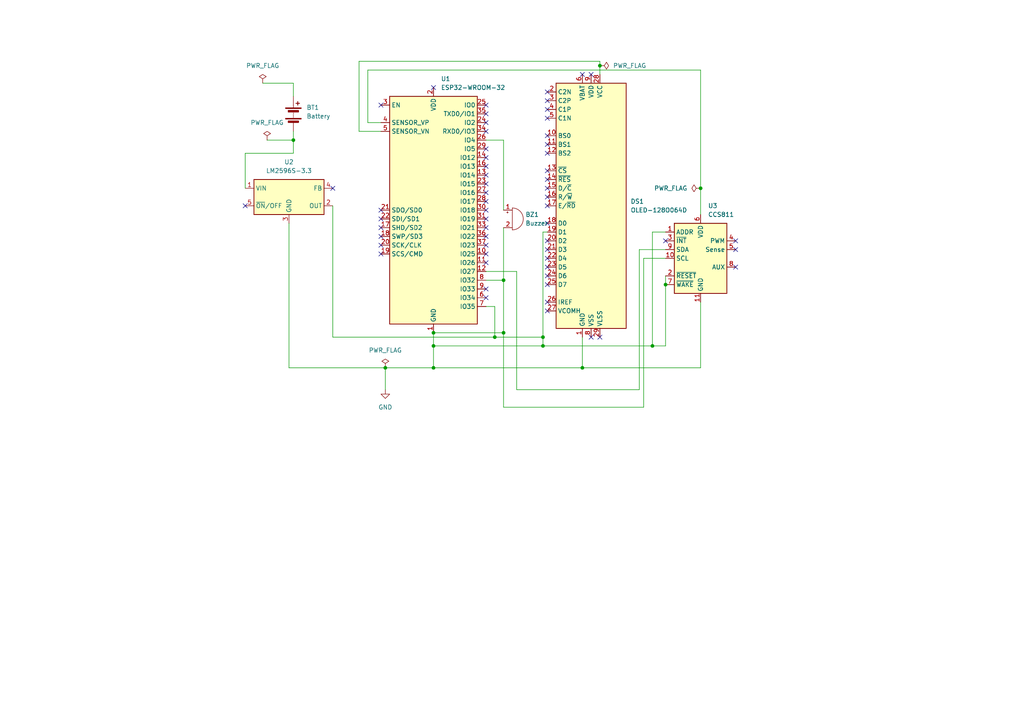
<source format=kicad_sch>
(kicad_sch (version 20250114) (generator "eeschema") (generator_version "9.0")
  (paper "A4")
  (lib_symbols
    (symbol "Device:Battery" (pin_numbers (hide yes)) (pin_names (offset 0) (hide yes))
      (property "Reference" "BT" (at 2.54 2.54 0))
      (property "Value" "Battery" (at 2.54 0 0))
      (symbol "Battery_0_1"
        (rectangle (start -2.286 1.778) (end 2.286 1.524) (fill (type outline)))
        (rectangle (start -2.286 -1.27) (end 2.286 -1.524) (fill (type outline)))
        (rectangle (start -1.524 1.016) (end 1.524 0.508) (fill (type outline)))
        (rectangle (start -1.524 -2.032) (end 1.524 -2.54) (fill (type outline)))
        (polyline (pts (xy 0 1.778) (xy 0 2.54)))
        (polyline (pts (xy 0 0) (xy 0 0.254)))
        (polyline (pts (xy 0 -0.508) (xy 0 -0.254)))
        (polyline (pts (xy 0 -1.016) (xy 0 -0.762)))
        (polyline (pts (xy 0.762 3.048) (xy 1.778 3.048)) (stroke (width 0.254)))
        (polyline (pts (xy 1.27 3.556) (xy 1.27 2.54)) (stroke (width 0.254)))
      )
      (symbol "Battery_1_1"
        (pin passive line (at 0 5.08 270) (length 2.54) (name "+") (number "1"))
        (pin passive line (at 0 -5.08 90) (length 2.54) (name "-") (number "2"))
      )
    )
    (symbol "Device:Buzzer" (pin_names (offset 0.0254) (hide yes))
      (property "Reference" "BZ" (at 3.81 1.27 0))
      (property "Value" "Buzzer" (at 3.81 -1.27 0))
      (symbol "Buzzer_0_1"
        (polyline (pts (xy -1.651 1.905) (xy -1.143 1.905)))
        (polyline (pts (xy -1.397 2.159) (xy -1.397 1.651)))
        (arc (start 0 3.175) (mid 3.1612 0) (end 0 -3.175))
        (polyline (pts (xy 0 3.175) (xy 0 -3.175)))
      )
      (symbol "Buzzer_1_1"
        (pin passive line (at -2.54 2.54 0) (length 2.54) (name "+") (number "1"))
        (pin passive line (at -2.54 -2.54 0) (length 2.54) (name "-") (number "2"))
      )
    )
    (symbol "Display_Graphic:OLED-128O064D"
      (property "Reference" "DS" (at -10.16 38.1 0))
      (property "Value" "OLED-128O064D" (at 12.7 38.1 0))
      (symbol "OLED-128O064D_0_1"
        (rectangle (start -10.16 35.56) (end 10.16 -35.56) (stroke (width 0.254)) (fill (type background)))
      )
      (symbol "OLED-128O064D_1_1"
        (pin passive line (at -12.7 33.02 0) (length 2.54) (name "C2N") (number "2"))
        (pin passive line (at -12.7 30.48 0) (length 2.54) (name "C2P") (number "3"))
        (pin passive line (at -12.7 27.94 0) (length 2.54) (name "C1P") (number "4"))
        (pin passive line (at -12.7 25.4 0) (length 2.54) (name "C1N") (number "5"))
        (pin input line (at -12.7 20.32 0) (length 2.54) (name "BS0") (number "10"))
        (pin input line (at -12.7 17.78 0) (length 2.54) (name "BS1") (number "11"))
        (pin input line (at -12.7 15.24 0) (length 2.54) (name "BS2") (number "12"))
        (pin input line (at -12.7 10.16 0) (length 2.54) (name "~{CS}") (number "13"))
        (pin input line (at -12.7 7.62 0) (length 2.54) (name "~{RES}") (number "14"))
        (pin input line (at -12.7 5.08 0) (length 2.54) (name "D/~{C}") (number "15"))
        (pin input line (at -12.7 2.54 0) (length 2.54) (name "R/~{W}") (number "16"))
        (pin input line (at -12.7 0 0) (length 2.54) (name "E/~{RD}") (number "17"))
        (pin bidirectional line (at -12.7 -5.08 0) (length 2.54) (name "D0") (number "18"))
        (pin bidirectional line (at -12.7 -7.62 0) (length 2.54) (name "D1") (number "19"))
        (pin bidirectional line (at -12.7 -10.16 0) (length 2.54) (name "D2") (number "20"))
        (pin bidirectional line (at -12.7 -12.7 0) (length 2.54) (name "D3") (number "21"))
        (pin bidirectional line (at -12.7 -15.24 0) (length 2.54) (name "D4") (number "22"))
        (pin bidirectional line (at -12.7 -17.78 0) (length 2.54) (name "D5") (number "23"))
        (pin bidirectional line (at -12.7 -20.32 0) (length 2.54) (name "D6") (number "24"))
        (pin bidirectional line (at -12.7 -22.86 0) (length 2.54) (name "D7") (number "25"))
        (pin passive line (at -12.7 -27.94 0) (length 2.54) (name "IREF") (number "26"))
        (pin passive line (at -12.7 -30.48 0) (length 2.54) (name "VCOMH") (number "27"))
        (pin power_in line (at -2.54 38.1 270) (length 2.54) (name "VBAT") (number "6"))
        (pin power_in line (at -2.54 -38.1 90) (length 2.54) (name "GND") (number "1"))
        (pin passive line (at -2.54 -38.1 90) (length 2.54) (hide yes) (name "GND") (number "30"))
        (pin power_in line (at 0 38.1 270) (length 2.54) (name "VDD") (number "9"))
        (pin power_in line (at 0 -38.1 90) (length 2.54) (name "VSS") (number "8"))
        (pin power_in line (at 2.54 38.1 270) (length 2.54) (name "VCC") (number "28"))
        (pin power_in line (at 2.54 -38.1 90) (length 2.54) (name "VLSS") (number "29"))
        (pin no_connect line (at 10.16 0 180) (length 2.54) (hide yes) (name "NC") (number "7"))
      )
    )
    (symbol "RF_Module:ESP32-WROOM-32"
      (property "Reference" "U" (at -12.7 34.29 0))
      (property "Value" "ESP32-WROOM-32" (at 1.27 34.29 0))
      (symbol "ESP32-WROOM-32_0_1"
        (rectangle (start -12.7 33.02) (end 12.7 -33.02) (stroke (width 0.254)) (fill (type background)))
      )
      (symbol "ESP32-WROOM-32_1_1"
        (pin input line (at -15.24 30.48 0) (length 2.54) (name "EN") (number "3"))
        (pin input line (at -15.24 25.4 0) (length 2.54) (name "SENSOR_VP") (number "4"))
        (pin input line (at -15.24 22.86 0) (length 2.54) (name "SENSOR_VN") (number "5"))
        (pin bidirectional line (at -15.24 0 0) (length 2.54) (name "SDO/SD0") (number "21"))
        (pin bidirectional line (at -15.24 -2.54 0) (length 2.54) (name "SDI/SD1") (number "22"))
        (pin bidirectional line (at -15.24 -5.08 0) (length 2.54) (name "SHD/SD2") (number "17"))
        (pin bidirectional line (at -15.24 -7.62 0) (length 2.54) (name "SWP/SD3") (number "18"))
        (pin bidirectional line (at -15.24 -10.16 0) (length 2.54) (name "SCK/CLK") (number "20"))
        (pin bidirectional line (at -15.24 -12.7 0) (length 2.54) (name "SCS/CMD") (number "19"))
        (pin no_connect line (at -12.7 -27.94 0) (length 2.54) (hide yes) (name "NC") (number "32"))
        (pin power_in line (at 0 35.56 270) (length 2.54) (name "VDD") (number "2"))
        (pin power_in line (at 0 -35.56 90) (length 2.54) (name "GND") (number "1"))
        (pin passive line (at 0 -35.56 90) (length 2.54) (hide yes) (name "GND") (number "15"))
        (pin passive line (at 0 -35.56 90) (length 2.54) (hide yes) (name "GND") (number "38"))
        (pin passive line (at 0 -35.56 90) (length 2.54) (hide yes) (name "GND") (number "39"))
        (pin bidirectional line (at 15.24 30.48 180) (length 2.54) (name "IO0") (number "25"))
        (pin bidirectional line (at 15.24 27.94 180) (length 2.54) (name "TXD0/IO1") (number "35"))
        (pin bidirectional line (at 15.24 25.4 180) (length 2.54) (name "IO2") (number "24"))
        (pin bidirectional line (at 15.24 22.86 180) (length 2.54) (name "RXD0/IO3") (number "34"))
        (pin bidirectional line (at 15.24 20.32 180) (length 2.54) (name "IO4") (number "26"))
        (pin bidirectional line (at 15.24 17.78 180) (length 2.54) (name "IO5") (number "29"))
        (pin bidirectional line (at 15.24 15.24 180) (length 2.54) (name "IO12") (number "14"))
        (pin bidirectional line (at 15.24 12.7 180) (length 2.54) (name "IO13") (number "16"))
        (pin bidirectional line (at 15.24 10.16 180) (length 2.54) (name "IO14") (number "13"))
        (pin bidirectional line (at 15.24 7.62 180) (length 2.54) (name "IO15") (number "23"))
        (pin bidirectional line (at 15.24 5.08 180) (length 2.54) (name "IO16") (number "27"))
        (pin bidirectional line (at 15.24 2.54 180) (length 2.54) (name "IO17") (number "28"))
        (pin bidirectional line (at 15.24 0 180) (length 2.54) (name "IO18") (number "30"))
        (pin bidirectional line (at 15.24 -2.54 180) (length 2.54) (name "IO19") (number "31"))
        (pin bidirectional line (at 15.24 -5.08 180) (length 2.54) (name "IO21") (number "33"))
        (pin bidirectional line (at 15.24 -7.62 180) (length 2.54) (name "IO22") (number "36"))
        (pin bidirectional line (at 15.24 -10.16 180) (length 2.54) (name "IO23") (number "37"))
        (pin bidirectional line (at 15.24 -12.7 180) (length 2.54) (name "IO25") (number "10"))
        (pin bidirectional line (at 15.24 -15.24 180) (length 2.54) (name "IO26") (number "11"))
        (pin bidirectional line (at 15.24 -17.78 180) (length 2.54) (name "IO27") (number "12"))
        (pin bidirectional line (at 15.24 -20.32 180) (length 2.54) (name "IO32") (number "8"))
        (pin bidirectional line (at 15.24 -22.86 180) (length 2.54) (name "IO33") (number "9"))
        (pin input line (at 15.24 -25.4 180) (length 2.54) (name "IO34") (number "6"))
        (pin input line (at 15.24 -27.94 180) (length 2.54) (name "IO35") (number "7"))
      )
    )
    (symbol "Regulator_Switching:LM2596S-3.3"
      (property "Reference" "U" (at -10.16 6.35 0))
      (property "Value" "LM2596S-3.3" (at 0 6.35 0))
      (symbol "LM2596S-3.3_0_1"
        (rectangle (start -10.16 5.08) (end 10.16 -5.08) (stroke (width 0.254)) (fill (type background)))
      )
      (symbol "LM2596S-3.3_1_1"
        (pin power_in line (at -12.7 2.54 0) (length 2.54) (name "VIN") (number "1"))
        (pin input line (at -12.7 -2.54 0) (length 2.54) (name "~{ON}/OFF") (number "5"))
        (pin power_in line (at 0 -7.62 90) (length 2.54) (name "GND") (number "3"))
        (pin input line (at 12.7 2.54 180) (length 2.54) (name "FB") (number "4"))
        (pin output line (at 12.7 -2.54 180) (length 2.54) (name "OUT") (number "2"))
      )
    )
    (symbol "Sensor_Gas:CCS811"
      (property "Reference" "U" (at -8.89 13.97 0))
      (property "Value" "CCS811" (at -6.35 11.43 0))
      (symbol "CCS811_0_1"
        (rectangle (start -7.62 10.16) (end 7.62 -10.16) (stroke (width 0.254)) (fill (type background)))
      )
      (symbol "CCS811_1_1"
        (pin input line (at -10.16 7.62 0) (length 2.54) (name "ADDR") (number "1"))
        (pin output line (at -10.16 5.08 0) (length 2.54) (name "~{INT}") (number "3"))
        (pin bidirectional line (at -10.16 2.54 0) (length 2.54) (name "SDA") (number "9"))
        (pin input line (at -10.16 0 0) (length 2.54) (name "SCL") (number "10"))
        (pin input line (at -10.16 -5.08 0) (length 2.54) (name "~{RESET}") (number "2"))
        (pin input line (at -10.16 -7.62 0) (length 2.54) (name "~{WAKE}") (number "7"))
        (pin power_in line (at 0 12.7 270) (length 2.54) (name "VDD") (number "6"))
        (pin power_in line (at 0 -12.7 90) (length 2.54) (name "GND") (number "11"))
        (pin output line (at 10.16 5.08 180) (length 2.54) (name "PWM") (number "4"))
        (pin bidirectional line (at 10.16 2.54 180) (length 2.54) (name "Sense") (number "5"))
        (pin input line (at 10.16 -2.54 180) (length 2.54) (name "AUX") (number "8"))
      )
    )
    (symbol "power:GND" (power) (pin_numbers (hide yes)) (pin_names (offset 0) (hide yes))
      (property "Value" "GND" (at 0 -3.81 0))
      (symbol "GND_0_1"
        (polyline (pts (xy 0 0) (xy 0 -1.27) (xy 1.27 -1.27) (xy 0 -2.54) (xy -1.27 -1.27) (xy 0 -1.27)))
      )
      (symbol "GND_1_1"
        (pin power_in line (at 0 0 270) (length 0) (name "~") (number "1"))
      )
    )
    (symbol "power:PWR_FLAG" (power) (pin_numbers (hide yes)) (pin_names (offset 0) (hide yes))
      (property "Value" "PWR_FLAG" (at 0 3.81 0))
      (symbol "PWR_FLAG_0_0"
        (pin power_out line (at 0 0 90) (length 0) (name "~") (number "1"))
      )
      (symbol "PWR_FLAG_0_1"
        (polyline (pts (xy 0 0) (xy 0 1.27) (xy -1.016 1.905) (xy 0 2.54) (xy 1.016 1.905) (xy 0 1.27)))
      )
    )
  )
  (junction (at 189.23 100.33))
  (junction (at 146.05 96.52))
  (junction (at 85.09 40.64))
  (junction (at 157.48 97.79))
  (junction (at 146.05 81.28))
  (junction (at 168.91 106.68))
  (junction (at 143.51 97.79))
  (junction (at 173.99 19.05))
  (junction (at 157.48 100.33))
  (junction (at 125.73 106.68))
  (junction (at 193.04 82.55))
  (junction (at 203.2 54.61))
  (junction (at 111.76 106.68))
  (junction (at 125.73 100.33))
  (junction (at 125.73 96.52))
  (no_connect (at 140.97 35.56))
  (no_connect (at 158.75 80.01))
  (no_connect (at 140.97 63.5))
  (no_connect (at 140.97 43.18))
  (no_connect (at 158.75 69.85))
  (no_connect (at 158.75 44.45))
  (no_connect (at 171.45 21.59))
  (no_connect (at 158.75 57.15))
  (no_connect (at 140.97 48.26))
  (no_connect (at 140.97 76.2))
  (no_connect (at 158.75 87.63))
  (no_connect (at 110.49 63.5))
  (no_connect (at 140.97 45.72))
  (no_connect (at 140.97 50.8))
  (no_connect (at 110.49 68.58))
  (no_connect (at 140.97 71.12))
  (no_connect (at 140.97 83.82))
  (no_connect (at 158.75 41.91))
  (no_connect (at 140.97 53.34))
  (no_connect (at 158.75 77.47))
  (no_connect (at 213.36 72.39))
  (no_connect (at 158.75 39.37))
  (no_connect (at 140.97 86.36))
  (no_connect (at 110.49 60.96))
  (no_connect (at 140.97 68.58))
  (no_connect (at 213.36 77.47))
  (no_connect (at 140.97 38.1))
  (no_connect (at 110.49 30.48))
  (no_connect (at 158.75 52.07))
  (no_connect (at 140.97 30.48))
  (no_connect (at 213.36 69.85))
  (no_connect (at 173.99 97.79))
  (no_connect (at 158.75 74.93))
  (no_connect (at 140.97 73.66))
  (no_connect (at 96.52 54.61))
  (no_connect (at 140.97 55.88))
  (no_connect (at 110.49 66.04))
  (no_connect (at 158.75 26.67))
  (no_connect (at 158.75 72.39))
  (no_connect (at 110.49 71.12))
  (no_connect (at 158.75 90.17))
  (no_connect (at 140.97 33.02))
  (no_connect (at 158.75 34.29))
  (no_connect (at 171.45 97.79))
  (no_connect (at 125.73 25.4))
  (no_connect (at 168.91 21.59))
  (no_connect (at 110.49 73.66))
  (no_connect (at 158.75 82.55))
  (no_connect (at 158.75 29.21))
  (no_connect (at 71.12 59.69))
  (no_connect (at 140.97 60.96))
  (no_connect (at 158.75 54.61))
  (no_connect (at 158.75 31.75))
  (no_connect (at 158.75 49.53))
  (no_connect (at 140.97 66.04))
  (no_connect (at 193.04 69.85))
  (no_connect (at 140.97 58.42))
  (no_connect (at 158.75 59.69))
  (no_connect (at 158.75 64.77))
  (wire (pts (xy 193.04 82.55) (xy 193.04 100.33)))
  (wire (pts (xy 76.2 24.13) (xy 85.09 24.13)))
  (wire (pts (xy 96.52 59.69) (xy 96.52 97.79)))
  (wire (pts (xy 71.12 44.45) (xy 71.12 54.61)))
  (wire (pts (xy 85.09 44.45) (xy 71.12 44.45)))
  (wire (pts (xy 203.2 87.63) (xy 203.2 106.68)))
  (wire (pts (xy 168.91 97.79) (xy 168.91 106.68)))
  (wire (pts (xy 85.09 24.13) (xy 85.09 27.94)))
  (wire (pts (xy 173.99 19.05) (xy 173.99 21.59)))
  (wire (pts (xy 185.42 113.03) (xy 149.86 113.03)))
  (wire (pts (xy 193.04 72.39) (xy 185.42 72.39)))
  (wire (pts (xy 104.14 38.1) (xy 110.49 38.1)))
  (wire (pts (xy 96.52 97.79) (xy 143.51 97.79)))
  (wire (pts (xy 143.51 97.79) (xy 157.48 97.79)))
  (wire (pts (xy 146.05 40.64) (xy 140.97 40.64)))
  (wire (pts (xy 77.47 40.64) (xy 85.09 40.64)))
  (wire (pts (xy 157.48 97.79) (xy 157.48 100.33)))
  (wire (pts (xy 193.04 74.93) (xy 186.69 74.93)))
  (wire (pts (xy 143.51 97.79) (xy 143.51 88.9)))
  (wire (pts (xy 140.97 81.28) (xy 146.05 81.28)))
  (wire (pts (xy 186.69 118.11) (xy 146.05 118.11)))
  (wire (pts (xy 125.73 96.52) (xy 125.73 100.33)))
  (wire (pts (xy 185.42 72.39) (xy 185.42 113.03)))
  (wire (pts (xy 104.14 17.78) (xy 104.14 38.1)))
  (wire (pts (xy 168.91 106.68) (xy 203.2 106.68)))
  (wire (pts (xy 106.68 20.32) (xy 203.2 20.32)))
  (wire (pts (xy 189.23 100.33) (xy 193.04 100.33)))
  (wire (pts (xy 106.68 35.56) (xy 110.49 35.56)))
  (wire (pts (xy 143.51 88.9) (xy 140.97 88.9)))
  (wire (pts (xy 146.05 96.52) (xy 146.05 118.11)))
  (wire (pts (xy 146.05 96.52) (xy 125.73 96.52)))
  (wire (pts (xy 157.48 100.33) (xy 189.23 100.33)))
  (wire (pts (xy 203.2 54.61) (xy 203.2 62.23)))
  (wire (pts (xy 85.09 40.64) (xy 85.09 44.45)))
  (wire (pts (xy 104.14 17.78) (xy 173.99 17.78)))
  (wire (pts (xy 189.23 100.33) (xy 189.23 67.31)))
  (wire (pts (xy 83.82 106.68) (xy 111.76 106.68)))
  (wire (pts (xy 149.86 78.74) (xy 140.97 78.74)))
  (wire (pts (xy 193.04 80.01) (xy 193.04 82.55)))
  (wire (pts (xy 203.2 20.32) (xy 203.2 54.61)))
  (wire (pts (xy 111.76 106.68) (xy 111.76 113.03)))
  (wire (pts (xy 157.48 67.31) (xy 158.75 67.31)))
  (wire (pts (xy 85.09 38.1) (xy 85.09 40.64)))
  (wire (pts (xy 189.23 67.31) (xy 193.04 67.31)))
  (wire (pts (xy 157.48 97.79) (xy 157.48 67.31)))
  (wire (pts (xy 146.05 66.04) (xy 146.05 81.28)))
  (wire (pts (xy 106.68 20.32) (xy 106.68 35.56)))
  (wire (pts (xy 146.05 60.96) (xy 146.05 40.64)))
  (wire (pts (xy 111.76 106.68) (xy 125.73 106.68)))
  (wire (pts (xy 125.73 106.68) (xy 168.91 106.68)))
  (wire (pts (xy 125.73 100.33) (xy 157.48 100.33)))
  (wire (pts (xy 146.05 81.28) (xy 146.05 96.52)))
  (wire (pts (xy 83.82 64.77) (xy 83.82 106.68)))
  (wire (pts (xy 173.99 17.78) (xy 173.99 19.05)))
  (wire (pts (xy 125.73 100.33) (xy 125.73 106.68)))
  (wire (pts (xy 186.69 74.93) (xy 186.69 118.11)))
  (wire (pts (xy 149.86 113.03) (xy 149.86 78.74)))
  (symbol (lib_id "power:PWR_FLAG") (at 77.47 40.64 0) (unit 1)
    (property "Reference" "#FLG01" (effects (hide yes)))
    (property "Value" "PWR_FLAG" (at 77.47 35.56 0))
    (property "Description" "Special symbol for telling ERC where power comes from" (effects (hide yes)))
  )
  (symbol (lib_id "Sensor_Gas:CCS811") (at 203.2 74.93 0) (unit 1)
    (property "Reference" "U3" (at 205.3433 59.69 0) (effects (justify left)))
    (property "Value" "CCS811" (at 205.3433 62.23 0) (effects (justify left)))
    (property "Footprint" "Package_LGA:AMS_LGA-10-1EP_2.7x4mm_P0.6mm" (effects (hide yes)))
    (property "Datasheet" "https://www.sciosense.com/wp-content/uploads/documents/SC-001232-DS-3-CCS811B-Datasheet-Revision-2.pdf" (effects (hide yes)))
    (property "Description" "Ultra-low power digital gas sensor for monitoring indoor air quality" (effects (hide yes)))
  )
  (symbol (lib_id "Display_Graphic:OLED-128O064D") (at 171.45 59.69 0) (unit 1)
    (property "Reference" "DS1" (at 182.88 58.4199 0) (effects (justify left)))
    (property "Value" "OLED-128O064D" (at 182.88 60.9599 0) (effects (justify left)))
    (property "Footprint" "Display:OLED-128O064D" (effects (hide yes)))
    (property "Datasheet" "https://www.vishay.com/docs/37902/oled128o064dbpp3n00000.pdf" (effects (hide yes)))
    (property "Description" "OLED display 128x64" (effects (hide yes)))
  )
  (symbol (lib_id "Device:Buzzer") (at 148.59 63.5 0) (unit 1)
    (property "Reference" "BZ1" (at 152.4 62.2299 0) (effects (justify left)))
    (property "Value" "Buzzer" (at 152.4 64.7699 0) (effects (justify left)))
    (property "Footprint" "Buzzer_Beeper:Buzzer_D14mm_H7mm_P10mm" (effects (hide yes)))
    (property "Description" "Buzzer, polarized" (effects (hide yes)))
  )
  (symbol (lib_id "Device:Battery") (at 85.09 33.02 0) (unit 1)
    (property "Reference" "BT1" (at 88.9 31.1784 0) (effects (justify left)))
    (property "Value" "Battery" (at 88.9 33.7184 0) (effects (justify left)))
    (property "Footprint" "Battery:BatteryHolder_Keystone_104_1x23mm" (effects (hide yes)))
    (property "Description" "Multiple-cell battery" (effects (hide yes)))
  )
  (symbol (lib_id "power:PWR_FLAG") (at 173.99 19.05 270) (unit 1)
    (property "Reference" "#FLG03" (effects (hide yes)))
    (property "Value" "PWR_FLAG" (at 177.8 19.0499 90) (effects (justify left)))
    (property "Description" "Special symbol for telling ERC where power comes from" (effects (hide yes)))
  )
  (symbol (lib_id "power:PWR_FLAG") (at 111.76 106.68 0) (unit 1)
    (property "Reference" "#FLG05" (effects (hide yes)))
    (property "Value" "PWR_FLAG" (at 111.76 101.6 0))
    (property "Description" "Special symbol for telling ERC where power comes from" (effects (hide yes)))
  )
  (symbol (lib_id "power:PWR_FLAG") (at 76.2 24.13 0) (unit 1)
    (property "Reference" "#FLG02" (effects (hide yes)))
    (property "Value" "PWR_FLAG" (at 76.2 19.05 0))
    (property "Description" "Special symbol for telling ERC where power comes from" (effects (hide yes)))
  )
  (symbol (lib_id "power:GND") (at 111.76 113.03 0) (unit 1)
    (property "Reference" "#PWR01" (effects (hide yes)))
    (property "Value" "GND" (at 111.76 118.11 0))
    (property "Description" "Power symbol creates a global label with name \"GND\" , ground" (effects (hide yes)))
  )
  (symbol (lib_id "power:PWR_FLAG") (at 203.2 54.61 90) (unit 1)
    (property "Reference" "#FLG04" (effects (hide yes)))
    (property "Value" "PWR_FLAG" (at 199.39 54.6099 90) (effects (justify left)))
    (property "Description" "Special symbol for telling ERC where power comes from" (effects (hide yes)))
  )
  (symbol (lib_id "Regulator_Switching:LM2596S-3.3") (at 83.82 57.15 0) (unit 1)
    (property "Reference" "U2" (at 83.82 46.99 0))
    (property "Value" "LM2596S-3.3" (at 83.82 49.53 0))
    (property "Footprint" "Package_TO_SOT_SMD:TO-263-5_TabPin3" (effects (hide yes)))
    (property "Datasheet" "http://www.ti.com/lit/ds/symlink/lm2596.pdf" (effects (hide yes)))
    (property "Description" "3.3V 3A Step-Down Voltage Regulator, TO-263" (effects (hide yes)))
  )
  (symbol (lib_id "RF_Module:ESP32-WROOM-32") (at 125.73 60.96 0) (unit 1)
    (property "Reference" "U1" (at 127.8733 22.86 0) (effects (justify left)))
    (property "Value" "ESP32-WROOM-32" (at 127.8733 25.4 0) (effects (justify left)))
    (property "Footprint" "RF_Module:ESP32-WROOM-32E" (effects (hide yes)))
    (property "Datasheet" "https://www.espressif.com/sites/default/files/documentation/esp32-wroom-32_datasheet_en.pdf" (effects (hide yes)))
    (property "Description" "RF Module, ESP32-D0WDQ6 SoC, Wi-Fi 802.11b/g/n, Bluetooth, BLE, 32-bit, 2.7-3.6V, onboard antenna, SMD" (effects (hide yes)))
  )
)
</source>
